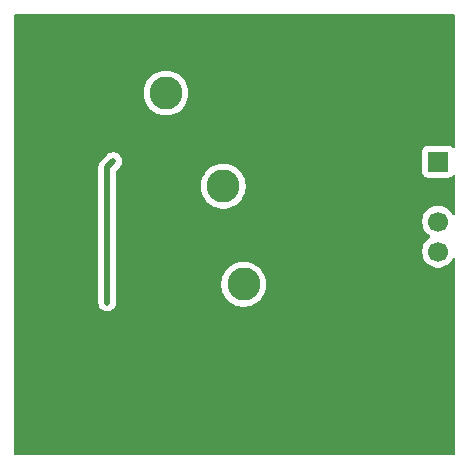
<source format=gbr>
%TF.GenerationSoftware,KiCad,Pcbnew,9.0.2*%
%TF.CreationDate,2025-05-24T10:18:39-07:00*%
%TF.ProjectId,sensor_eval_brd,73656e73-6f72-45f6-9576-616c5f627264,rev?*%
%TF.SameCoordinates,Original*%
%TF.FileFunction,Copper,L2,Bot*%
%TF.FilePolarity,Positive*%
%FSLAX46Y46*%
G04 Gerber Fmt 4.6, Leading zero omitted, Abs format (unit mm)*
G04 Created by KiCad (PCBNEW 9.0.2) date 2025-05-24 10:18:39*
%MOMM*%
%LPD*%
G01*
G04 APERTURE LIST*
%TA.AperFunction,ComponentPad*%
%ADD10C,2.800000*%
%TD*%
%TA.AperFunction,ComponentPad*%
%ADD11R,1.700000X1.700000*%
%TD*%
%TA.AperFunction,ComponentPad*%
%ADD12C,1.700000*%
%TD*%
%TA.AperFunction,ViaPad*%
%ADD13C,0.508000*%
%TD*%
%TA.AperFunction,Conductor*%
%ADD14C,0.508000*%
%TD*%
G04 APERTURE END LIST*
D10*
%TO.P,SCL,1,1*%
%TO.N,/SCL*%
X153162000Y-100609400D03*
%TD*%
%TO.P,GND,1,1*%
%TO.N,GND*%
X168706800Y-106781600D03*
%TD*%
%TO.P,SDA,1,1*%
%TO.N,/SDA*%
X151434800Y-92303600D03*
%TD*%
%TO.P,3.3V,1,1*%
%TO.N,/3.3V*%
X146589600Y-84412700D03*
%TD*%
D11*
%TO.P,J1,1,Pin_1*%
%TO.N,VCC*%
X169621200Y-90220800D03*
D12*
%TO.P,J1,2,Pin_2*%
%TO.N,GND*%
X169621200Y-92760800D03*
%TO.P,J1,3,Pin_3*%
%TO.N,/SDA*%
X169621200Y-95300800D03*
%TO.P,J1,4,Pin_4*%
%TO.N,/SCL*%
X169621200Y-97840800D03*
%TD*%
D13*
%TO.N,GND*%
X140436600Y-90322400D03*
X140436600Y-102082600D03*
X142945000Y-96119800D03*
X135940800Y-89538000D03*
X163271200Y-82346800D03*
X156286200Y-80340200D03*
X166192200Y-80264000D03*
X138404600Y-88468200D03*
%TO.N,/3.3V*%
X142113000Y-90195400D03*
X141605000Y-102158800D03*
%TD*%
D14*
%TO.N,/3.3V*%
X142113000Y-90195400D02*
X141605000Y-90703400D01*
X141605000Y-90703400D02*
X141605000Y-102158800D01*
%TD*%
%TA.AperFunction,Conductor*%
%TO.N,GND*%
G36*
X171011539Y-77731185D02*
G01*
X171057294Y-77783989D01*
X171068500Y-77835500D01*
X171068500Y-88960967D01*
X171048815Y-89028006D01*
X170996011Y-89073761D01*
X170926853Y-89083705D01*
X170863297Y-89054680D01*
X170845234Y-89035279D01*
X170839789Y-89028006D01*
X170828746Y-89013254D01*
X170828744Y-89013253D01*
X170828744Y-89013252D01*
X170713535Y-88927006D01*
X170713528Y-88927002D01*
X170578682Y-88876708D01*
X170578683Y-88876708D01*
X170519083Y-88870301D01*
X170519081Y-88870300D01*
X170519073Y-88870300D01*
X170519064Y-88870300D01*
X168723329Y-88870300D01*
X168723323Y-88870301D01*
X168663716Y-88876708D01*
X168528871Y-88927002D01*
X168528864Y-88927006D01*
X168413655Y-89013252D01*
X168413652Y-89013255D01*
X168327406Y-89128464D01*
X168327402Y-89128471D01*
X168277108Y-89263317D01*
X168270701Y-89322916D01*
X168270700Y-89322935D01*
X168270700Y-91118670D01*
X168270701Y-91118676D01*
X168277108Y-91178283D01*
X168327402Y-91313128D01*
X168327406Y-91313135D01*
X168413652Y-91428344D01*
X168413655Y-91428347D01*
X168528864Y-91514593D01*
X168528871Y-91514597D01*
X168663717Y-91564891D01*
X168663716Y-91564891D01*
X168670644Y-91565635D01*
X168723327Y-91571300D01*
X170519072Y-91571299D01*
X170578683Y-91564891D01*
X170713531Y-91514596D01*
X170828746Y-91428346D01*
X170845235Y-91406319D01*
X170901167Y-91364450D01*
X170970858Y-91359466D01*
X171032181Y-91392951D01*
X171065666Y-91454274D01*
X171068500Y-91480632D01*
X171068500Y-94650057D01*
X171048815Y-94717096D01*
X170996011Y-94762851D01*
X170926853Y-94772795D01*
X170863297Y-94743770D01*
X170834015Y-94706352D01*
X170805331Y-94650057D01*
X170776251Y-94592984D01*
X170768223Y-94581934D01*
X170651309Y-94421013D01*
X170500986Y-94270690D01*
X170329020Y-94145751D01*
X170139614Y-94049244D01*
X170139613Y-94049243D01*
X170139612Y-94049243D01*
X169937443Y-93983554D01*
X169937441Y-93983553D01*
X169937440Y-93983553D01*
X169776157Y-93958008D01*
X169727487Y-93950300D01*
X169514913Y-93950300D01*
X169466242Y-93958008D01*
X169304960Y-93983553D01*
X169102785Y-94049244D01*
X168913379Y-94145751D01*
X168741413Y-94270690D01*
X168591090Y-94421013D01*
X168466151Y-94592979D01*
X168369644Y-94782385D01*
X168303953Y-94984560D01*
X168270700Y-95194513D01*
X168270700Y-95407086D01*
X168303953Y-95617039D01*
X168369644Y-95819214D01*
X168466151Y-96008620D01*
X168591090Y-96180586D01*
X168741413Y-96330909D01*
X168913382Y-96455850D01*
X168922146Y-96460316D01*
X168972942Y-96508291D01*
X168989736Y-96576112D01*
X168967198Y-96642247D01*
X168922146Y-96681284D01*
X168913382Y-96685749D01*
X168741413Y-96810690D01*
X168591090Y-96961013D01*
X168466151Y-97132979D01*
X168369644Y-97322385D01*
X168303953Y-97524560D01*
X168270700Y-97734513D01*
X168270700Y-97947086D01*
X168303953Y-98157039D01*
X168369644Y-98359214D01*
X168466151Y-98548620D01*
X168591090Y-98720586D01*
X168741413Y-98870909D01*
X168913379Y-98995848D01*
X168913381Y-98995849D01*
X168913384Y-98995851D01*
X169102788Y-99092357D01*
X169304957Y-99158046D01*
X169514913Y-99191300D01*
X169514914Y-99191300D01*
X169727486Y-99191300D01*
X169727487Y-99191300D01*
X169937443Y-99158046D01*
X170139612Y-99092357D01*
X170329016Y-98995851D01*
X170350989Y-98979886D01*
X170500986Y-98870909D01*
X170500988Y-98870906D01*
X170500992Y-98870904D01*
X170651304Y-98720592D01*
X170651306Y-98720588D01*
X170651309Y-98720586D01*
X170776248Y-98548620D01*
X170776247Y-98548620D01*
X170776251Y-98548616D01*
X170834015Y-98435246D01*
X170881989Y-98384451D01*
X170949810Y-98367656D01*
X171015945Y-98390193D01*
X171059397Y-98444908D01*
X171068500Y-98491542D01*
X171068500Y-114924500D01*
X171048815Y-114991539D01*
X170996011Y-115037294D01*
X170944500Y-115048500D01*
X133855500Y-115048500D01*
X133788461Y-115028815D01*
X133742706Y-114976011D01*
X133731500Y-114924500D01*
X133731500Y-90629085D01*
X140850499Y-90629085D01*
X140850499Y-90629087D01*
X140850499Y-90629088D01*
X140850499Y-90777712D01*
X140850499Y-90777716D01*
X140850500Y-90783836D01*
X140850500Y-102233116D01*
X140879493Y-102378872D01*
X140879495Y-102378880D01*
X140936371Y-102516191D01*
X141018939Y-102639764D01*
X141018945Y-102639771D01*
X141124028Y-102744854D01*
X141124035Y-102744860D01*
X141247608Y-102827428D01*
X141247609Y-102827428D01*
X141247610Y-102827429D01*
X141384920Y-102884305D01*
X141530683Y-102913299D01*
X141530687Y-102913300D01*
X141530688Y-102913300D01*
X141679313Y-102913300D01*
X141679314Y-102913299D01*
X141825080Y-102884305D01*
X141962390Y-102827429D01*
X142085966Y-102744859D01*
X142191059Y-102639766D01*
X142273629Y-102516190D01*
X142330505Y-102378880D01*
X142359500Y-102233112D01*
X142359500Y-102084488D01*
X142359500Y-100484841D01*
X151261500Y-100484841D01*
X151261500Y-100733958D01*
X151261501Y-100733975D01*
X151294017Y-100980961D01*
X151358498Y-101221607D01*
X151453830Y-101451761D01*
X151453837Y-101451776D01*
X151578400Y-101667526D01*
X151730060Y-101865174D01*
X151730066Y-101865181D01*
X151906218Y-102041333D01*
X151906225Y-102041339D01*
X152103873Y-102192999D01*
X152319623Y-102317562D01*
X152319638Y-102317569D01*
X152418825Y-102358653D01*
X152549793Y-102412902D01*
X152790435Y-102477382D01*
X153037435Y-102509900D01*
X153037442Y-102509900D01*
X153286558Y-102509900D01*
X153286565Y-102509900D01*
X153533565Y-102477382D01*
X153774207Y-102412902D01*
X154004373Y-102317564D01*
X154220127Y-102192999D01*
X154417776Y-102041338D01*
X154593938Y-101865176D01*
X154745599Y-101667527D01*
X154870164Y-101451773D01*
X154965502Y-101221607D01*
X155029982Y-100980965D01*
X155062500Y-100733965D01*
X155062500Y-100484835D01*
X155029982Y-100237835D01*
X154965502Y-99997193D01*
X154870164Y-99767027D01*
X154745599Y-99551273D01*
X154593938Y-99353624D01*
X154593933Y-99353618D01*
X154417781Y-99177466D01*
X154417774Y-99177460D01*
X154220126Y-99025800D01*
X154004376Y-98901237D01*
X154004361Y-98901230D01*
X153774207Y-98805898D01*
X153533561Y-98741417D01*
X153286575Y-98708901D01*
X153286570Y-98708900D01*
X153286565Y-98708900D01*
X153037435Y-98708900D01*
X153037429Y-98708900D01*
X153037424Y-98708901D01*
X152790438Y-98741417D01*
X152549792Y-98805898D01*
X152319638Y-98901230D01*
X152319623Y-98901237D01*
X152103873Y-99025800D01*
X151906225Y-99177460D01*
X151906218Y-99177466D01*
X151730066Y-99353618D01*
X151730060Y-99353625D01*
X151578400Y-99551273D01*
X151453837Y-99767023D01*
X151453830Y-99767038D01*
X151358498Y-99997192D01*
X151294017Y-100237838D01*
X151261501Y-100484824D01*
X151261500Y-100484841D01*
X142359500Y-100484841D01*
X142359500Y-92179041D01*
X149534300Y-92179041D01*
X149534300Y-92428158D01*
X149534301Y-92428175D01*
X149566817Y-92675161D01*
X149631298Y-92915807D01*
X149726630Y-93145961D01*
X149726637Y-93145976D01*
X149851200Y-93361726D01*
X150002860Y-93559374D01*
X150002866Y-93559381D01*
X150179018Y-93735533D01*
X150179025Y-93735539D01*
X150376673Y-93887199D01*
X150592423Y-94011762D01*
X150592438Y-94011769D01*
X150682909Y-94049243D01*
X150822593Y-94107102D01*
X151063235Y-94171582D01*
X151310235Y-94204100D01*
X151310242Y-94204100D01*
X151559358Y-94204100D01*
X151559365Y-94204100D01*
X151806365Y-94171582D01*
X152047007Y-94107102D01*
X152277173Y-94011764D01*
X152492927Y-93887199D01*
X152690576Y-93735538D01*
X152866738Y-93559376D01*
X153018399Y-93361727D01*
X153142964Y-93145973D01*
X153238302Y-92915807D01*
X153302782Y-92675165D01*
X153335300Y-92428165D01*
X153335300Y-92179035D01*
X153302782Y-91932035D01*
X153238302Y-91691393D01*
X153142964Y-91461227D01*
X153123981Y-91428348D01*
X153018399Y-91245473D01*
X152866739Y-91047825D01*
X152866733Y-91047818D01*
X152690581Y-90871666D01*
X152690574Y-90871660D01*
X152492926Y-90720000D01*
X152277176Y-90595437D01*
X152277161Y-90595430D01*
X152047007Y-90500098D01*
X151984413Y-90483326D01*
X151806365Y-90435618D01*
X151806364Y-90435617D01*
X151806361Y-90435617D01*
X151559375Y-90403101D01*
X151559370Y-90403100D01*
X151559365Y-90403100D01*
X151310235Y-90403100D01*
X151310229Y-90403100D01*
X151310224Y-90403101D01*
X151063238Y-90435617D01*
X150822592Y-90500098D01*
X150592438Y-90595430D01*
X150592423Y-90595437D01*
X150376673Y-90720000D01*
X150179025Y-90871660D01*
X150179018Y-90871666D01*
X150002866Y-91047818D01*
X150002860Y-91047825D01*
X149851200Y-91245473D01*
X149726637Y-91461223D01*
X149726630Y-91461238D01*
X149631298Y-91691392D01*
X149566817Y-91932038D01*
X149534301Y-92179024D01*
X149534300Y-92179041D01*
X142359500Y-92179041D01*
X142359500Y-91067285D01*
X142379185Y-91000246D01*
X142395815Y-90979608D01*
X142593963Y-90781460D01*
X142593966Y-90781459D01*
X142699059Y-90676366D01*
X142781629Y-90552790D01*
X142838505Y-90415480D01*
X142867500Y-90269712D01*
X142867500Y-90121088D01*
X142838505Y-89975320D01*
X142781629Y-89838010D01*
X142699059Y-89714434D01*
X142699054Y-89714428D01*
X142593971Y-89609345D01*
X142593964Y-89609339D01*
X142470391Y-89526771D01*
X142333080Y-89469895D01*
X142333072Y-89469893D01*
X142187316Y-89440900D01*
X142187312Y-89440900D01*
X142038688Y-89440900D01*
X142038683Y-89440900D01*
X141892927Y-89469893D01*
X141892919Y-89469895D01*
X141755608Y-89526771D01*
X141632035Y-89609339D01*
X141632034Y-89609340D01*
X141579488Y-89661887D01*
X141526941Y-89714434D01*
X141526939Y-89714436D01*
X141018943Y-90222430D01*
X141018942Y-90222431D01*
X140936372Y-90346007D01*
X140936366Y-90346018D01*
X140879496Y-90483316D01*
X140879493Y-90483326D01*
X140850499Y-90629085D01*
X133731500Y-90629085D01*
X133731500Y-84288141D01*
X144689100Y-84288141D01*
X144689100Y-84537258D01*
X144689101Y-84537275D01*
X144721617Y-84784261D01*
X144786098Y-85024907D01*
X144881430Y-85255061D01*
X144881437Y-85255076D01*
X145006000Y-85470826D01*
X145157660Y-85668474D01*
X145157666Y-85668481D01*
X145333818Y-85844633D01*
X145333825Y-85844639D01*
X145531473Y-85996299D01*
X145747223Y-86120862D01*
X145747238Y-86120869D01*
X145846425Y-86161953D01*
X145977393Y-86216202D01*
X146218035Y-86280682D01*
X146465035Y-86313200D01*
X146465042Y-86313200D01*
X146714158Y-86313200D01*
X146714165Y-86313200D01*
X146961165Y-86280682D01*
X147201807Y-86216202D01*
X147431973Y-86120864D01*
X147647727Y-85996299D01*
X147845376Y-85844638D01*
X148021538Y-85668476D01*
X148173199Y-85470827D01*
X148297764Y-85255073D01*
X148393102Y-85024907D01*
X148457582Y-84784265D01*
X148490100Y-84537265D01*
X148490100Y-84288135D01*
X148457582Y-84041135D01*
X148393102Y-83800493D01*
X148297764Y-83570327D01*
X148173199Y-83354573D01*
X148021538Y-83156924D01*
X148021533Y-83156918D01*
X147845381Y-82980766D01*
X147845374Y-82980760D01*
X147647726Y-82829100D01*
X147431976Y-82704537D01*
X147431961Y-82704530D01*
X147201807Y-82609198D01*
X146961161Y-82544717D01*
X146714175Y-82512201D01*
X146714170Y-82512200D01*
X146714165Y-82512200D01*
X146465035Y-82512200D01*
X146465029Y-82512200D01*
X146465024Y-82512201D01*
X146218038Y-82544717D01*
X145977392Y-82609198D01*
X145747238Y-82704530D01*
X145747223Y-82704537D01*
X145531473Y-82829100D01*
X145333825Y-82980760D01*
X145333818Y-82980766D01*
X145157666Y-83156918D01*
X145157660Y-83156925D01*
X145006000Y-83354573D01*
X144881437Y-83570323D01*
X144881430Y-83570338D01*
X144786098Y-83800492D01*
X144721617Y-84041138D01*
X144689101Y-84288124D01*
X144689100Y-84288141D01*
X133731500Y-84288141D01*
X133731500Y-77835500D01*
X133751185Y-77768461D01*
X133803989Y-77722706D01*
X133855500Y-77711500D01*
X170944500Y-77711500D01*
X171011539Y-77731185D01*
G37*
%TD.AperFunction*%
%TD*%
M02*

</source>
